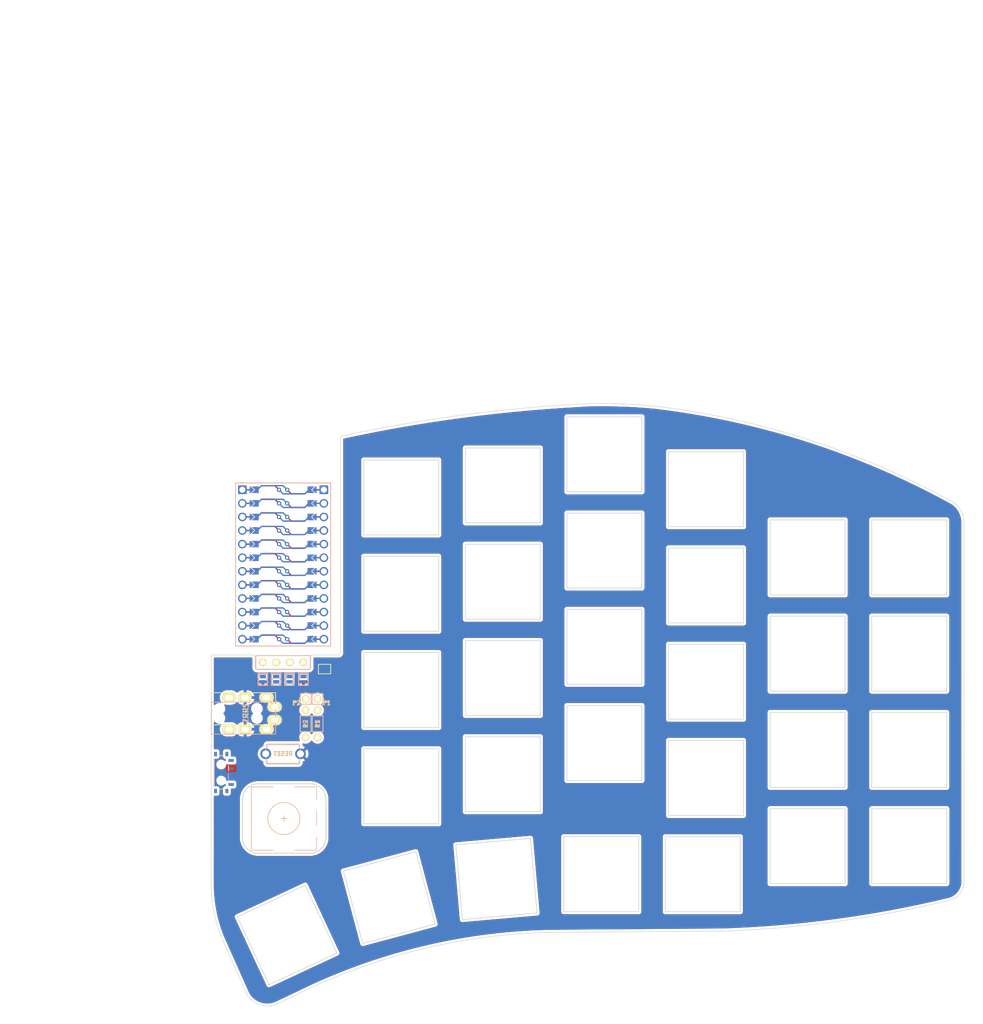
<source format=kicad_pcb>
(kicad_pcb (version 20211014) (generator pcbnew)
  (layers (0 "F.Cu" signal) (31 "B.Cu" signal) (34 "B.Paste" user) (35 "F.Paste" user) (36 "B.SilkS" user "B.Silkscreen") (37 "F.SilkS" user "F.Silkscreen") (38 "B.Mask" user) (39 "F.Mask" user) (44 "Edge.Cuts" user))
  (net 0 "")
  (net 1 "row4")
  (net 2 "row0")
  (net 3 "row1")
  (net 4 "row2")
  (net 5 "row3")
  (net 6 "VCC")
  (net 7 "col0")
  (net 8 "col1")
  (net 9 "col2")
  (net 10 "col3")
  (net 11 "col4")
  (net 12 "SDA")
  (net 13 "LED")
  (net 14 "SCL")
  (net 15 "RESET")
  (net 16 "DATA")
  (net 17 "col5")
  (net 20 "ENCA")
  (net 21 "ENCB")
  (net 22 "GND")
  (net 23 "Bat+")
  (net 28 "/i2c_c")
  (net 29 "/i2c_d")
  (net 30 "Net-(J3-Pad1)")
  (net 31 "Net-(J3-Pad2)")
  (net 32 "Net-(J3-Pad3)")
  (net 33 "Net-(J3-Pad4)")
  (net 34 "Net-(S31-PadC1)")
  (footprint "Jocket_Split_LP-footprint:ProMicro" (layer "F.Cu") (at 98.4 60.55 -90)
    (fp_text reference "U1" hide)
    (fp_text value "ProMicro")
  )
  (footprint "Jocket_Split_LP-footprint:TACT_SWITCH_TVBP06" (layer "F.Cu") (at 98.4 95.95 180)
    (fp_text reference "RSW1" hide)
    (fp_text value "SW_RST" hide)
  )
  (footprint "Plate:Plate_ChocSpacing_Hotswap_SK6812MiniE" (layer "F.Cu") (at 120.5 48.0195 180)
    (fp_text reference "SW1" hide)
    (fp_text value "SW_PUSH_LED" hide)
    (fp_line (start 7 7) (end 7 -7) (layer "Edge.Cuts") (width 0.12))
    (fp_line (start -7 -7) (end 7 -7) (layer "Edge.Cuts") (width 0.12))
    (fp_line (start -7 -7) (end -7 7) (layer "Edge.Cuts") (width 0.12))
    (fp_line (start -7 7) (end 7 7) (layer "Edge.Cuts") (width 0.12))
  )
  (footprint "Plate:Plate_ChocSpacing_Hotswap_SK6812MiniE" (layer "F.Cu") (at 139.5 45.7695 180)
    (fp_text reference "SW2" hide)
    (fp_text value "SW_PUSH_LED" hide)
    (fp_line (start -7 -7) (end -7 7) (layer "Edge.Cuts") (width 0.12))
    (fp_line (start -7 -7) (end 7 -7) (layer "Edge.Cuts") (width 0.12))
    (fp_line (start -7 7) (end 7 7) (layer "Edge.Cuts") (width 0.12))
    (fp_line (start 7 7) (end 7 -7) (layer "Edge.Cuts") (width 0.12))
  )
  (footprint "Plate:Plate_ChocSpacing_Hotswap_SK6812MiniE" (layer "F.Cu") (at 158.5 39.95 180)
    (fp_text reference "SW3" hide)
    (fp_text value "SW_PUSH_LED" hide)
    (fp_line (start -7 7) (end 7 7) (layer "Edge.Cuts") (width 0.12))
    (fp_line (start -7 -7) (end 7 -7) (layer "Edge.Cuts") (width 0.12))
    (fp_line (start 7 7) (end 7 -7) (layer "Edge.Cuts") (width 0.12))
    (fp_line (start -7 -7) (end -7 7) (layer "Edge.Cuts") (width 0.12))
  )
  (footprint "Plate:Plate_ChocSpacing_Hotswap_SK6812MiniE" (layer "F.Cu") (at 177.5 46.4695 180)
    (fp_text reference "SW4" hide)
    (fp_text value "SW_PUSH_LED" hide)
    (fp_line (start -7 -7) (end 7 -7) (layer "Edge.Cuts") (width 0.12))
    (fp_line (start 7 7) (end 7 -7) (layer "Edge.Cuts") (width 0.12))
    (fp_line (start -7 7) (end 7 7) (layer "Edge.Cuts") (width 0.12))
    (fp_line (start -7 -7) (end -7 7) (layer "Edge.Cuts") (width 0.12))
  )
  (footprint "Plate:Plate_ChocSpacing_Hotswap_SK6812MiniE" (layer "F.Cu") (at 196.5 59.2195 180)
    (fp_text reference "SW5" hide)
    (fp_text value "SW_PUSH_LED" hide)
    (fp_line (start -7 -7) (end 7 -7) (layer "Edge.Cuts") (width 0.12))
    (fp_line (start -7 -7) (end -7 7) (layer "Edge.Cuts") (width 0.12))
    (fp_line (start -7 7) (end 7 7) (layer "Edge.Cuts") (width 0.12))
    (fp_line (start 7 7) (end 7 -7) (layer "Edge.Cuts") (width 0.12))
  )
  (footprint "Plate:Plate_ChocSpacing_Hotswap_SK6812MiniE" (layer "F.Cu") (at 120.5 66.0195 180)
    (fp_text reference "SW7" hide)
    (fp_text value "SW_PUSH_LED" hide)
    (fp_line (start 7 7) (end 7 -7) (layer "Edge.Cuts") (width 0.12))
    (fp_line (start -7 7) (end 7 7) (layer "Edge.Cuts") (width 0.12))
    (fp_line (start -7 -7) (end -7 7) (layer "Edge.Cuts") (width 0.12))
    (fp_line (start -7 -7) (end 7 -7) (layer "Edge.Cuts") (width 0.12))
  )
  (footprint "Plate:Plate_ChocSpacing_Hotswap_SK6812MiniE" (layer "F.Cu") (at 139.5 63.7695 180)
    (fp_text reference "SW8" hide)
    (fp_text value "SW_PUSH_LED" hide)
    (fp_line (start -7 -7) (end 7 -7) (layer "Edge.Cuts") (width 0.12))
    (fp_line (start -7 -7) (end -7 7) (layer "Edge.Cuts") (width 0.12))
    (fp_line (start 7 7) (end 7 -7) (layer "Edge.Cuts") (width 0.12))
    (fp_line (start -7 7) (end 7 7) (layer "Edge.Cuts") (width 0.12))
  )
  (footprint "Plate:Plate_ChocSpacing_Hotswap_SK6812MiniE" (layer "F.Cu") (at 158.5 57.94 180)
    (fp_text reference "SW9" hide)
    (fp_text value "SW_PUSH_LED" hide)
    (fp_line (start -7 -7) (end 7 -7) (layer "Edge.Cuts") (width 0.12))
    (fp_line (start 7 7) (end 7 -7) (layer "Edge.Cuts") (width 0.12))
    (fp_line (start -7 7) (end 7 7) (layer "Edge.Cuts") (width 0.12))
    (fp_line (start -7 -7) (end -7 7) (layer "Edge.Cuts") (width 0.12))
  )
  (footprint "Plate:Plate_ChocSpacing_Hotswap_SK6812MiniE" (layer "F.Cu") (at 177.5 64.4695 180)
    (fp_text reference "SW10" hide)
    (fp_text value "SW_PUSH_LED" hide)
    (fp_line (start -7 7) (end 7 7) (layer "Edge.Cuts") (width 0.12))
    (fp_line (start -7 -7) (end -7 7) (layer "Edge.Cuts") (width 0.12))
    (fp_line (start 7 7) (end 7 -7) (layer "Edge.Cuts") (width 0.12))
    (fp_line (start -7 -7) (end 7 -7) (layer "Edge.Cuts") (width 0.12))
  )
  (footprint "Plate:Plate_ChocSpacing_Hotswap_SK6812MiniE" (layer "F.Cu") (at 196.5 77.2195 180)
    (fp_text reference "SW11" hide)
    (fp_text value "SW_PUSH_LED" hide)
    (fp_line (start -7 7) (end 7 7) (layer "Edge.Cuts") (width 0.12))
    (fp_line (start -7 -7) (end 7 -7) (layer "Edge.Cuts") (width 0.12))
    (fp_line (start -7 -7) (end -7 7) (layer "Edge.Cuts") (width 0.12))
    (fp_line (start 7 7) (end 7 -7) (layer "Edge.Cuts") (width 0.12))
  )
  (footprint "Plate:Plate_ChocSpacing_Hotswap_SK6812MiniE" (layer "F.Cu") (at 215.5 77.2195 180)
    (fp_text reference "SW12" hide)
    (fp_text value "SW_PUSH_LED" hide)
    (fp_line (start -7 -7) (end 7 -7) (layer "Edge.Cuts") (width 0.12))
    (fp_line (start -7 7) (end 7 7) (layer "Edge.Cuts") (width 0.12))
    (fp_line (start -7 -7) (end -7 7) (layer "Edge.Cuts") (width 0.12))
    (fp_line (start 7 7) (end 7 -7) (layer "Edge.Cuts") (width 0.12))
  )
  (footprint "Plate:Plate_ChocSpacing_Hotswap_SK6812MiniE" (layer "F.Cu") (at 120.5 84.0195 180)
    (fp_text reference "SW13" hide)
    (fp_text value "SW_PUSH_LED" hide)
    (fp_line (start -7 7) (end 7 7) (layer "Edge.Cuts") (width 0.12))
    (fp_line (start -7 -7) (end -7 7) (layer "Edge.Cuts") (width 0.12))
    (fp_line (start -7 -7) (end 7 -7) (layer "Edge.Cuts") (width 0.12))
    (fp_line (start 7 7) (end 7 -7) (layer "Edge.Cuts") (width 0.12))
  )
  (footprint "Plate:Plate_ChocSpacing_Hotswap_SK6812MiniE" (layer "F.Cu") (at 139.5 81.7695 180)
    (fp_text reference "SW14" hide)
    (fp_text value "SW_PUSH_LED" hide)
    (fp_line (start -7 7) (end 7 7) (layer "Edge.Cuts") (width 0.12))
    (fp_line (start -7 -7) (end 7 -7) (layer "Edge.Cuts") (width 0.12))
    (fp_line (start 7 7) (end 7 -7) (layer "Edge.Cuts") (width 0.12))
    (fp_line (start -7 -7) (end -7 7) (layer "Edge.Cuts") (width 0.12))
  )
  (footprint "Plate:Plate_ChocSpacing_Hotswap_SK6812MiniE" (layer "F.Cu") (at 158.5 75.94 180)
    (fp_text reference "SW15" hide)
    (fp_text value "SW_PUSH_LED" hide)
    (fp_line (start -7 7) (end 7 7) (layer "Edge.Cuts") (width 0.12))
    (fp_line (start 7 7) (end 7 -7) (layer "Edge.Cuts") (width 0.12))
    (fp_line (start -7 -7) (end 7 -7) (layer "Edge.Cuts") (width 0.12))
    (fp_line (start -7 -7) (end -7 7) (layer "Edge.Cuts") (width 0.12))
  )
  (footprint "Plate:Plate_ChocSpacing_Hotswap_SK6812MiniE" (layer "F.Cu") (at 177.5 82.4695 180)
    (fp_text reference "SW16" hide)
    (fp_text value "SW_PUSH_LED" hide)
    (fp_line (start 7 7) (end 7 -7) (layer "Edge.Cuts") (width 0.12))
    (fp_line (start -7 -7) (end 7 -7) (layer "Edge.Cuts") (width 0.12))
    (fp_line (start -7 7) (end 7 7) (layer "Edge.Cuts") (width 0.12))
    (fp_line (start -7 -7) (end -7 7) (layer "Edge.Cuts") (width 0.12))
  )
  (footprint "Plate:Plate_ChocSpacing_Hotswap_SK6812MiniE" (layer "F.Cu") (at 196.5 95.2195 180)
    (fp_text reference "SW17" hide)
    (fp_text value "SW_PUSH_LED" hide)
    (fp_line (start 7 7) (end 7 -7) (layer "Edge.Cuts") (width 0.12))
    (fp_line (start -7 -7) (end 7 -7) (layer "Edge.Cuts") (width 0.12))
    (fp_line (start -7 7) (end 7 7) (layer "Edge.Cuts") (width 0.12))
    (fp_line (start -7 -7) (end -7 7) (layer "Edge.Cuts") (width 0.12))
  )
  (footprint "Plate:Plate_ChocSpacing_Hotswap_SK6812MiniE" (layer "F.Cu") (at 215.5 95.2195 180)
    (fp_text reference "SW18" hide)
    (fp_text value "SW_PUSH_LED" hide)
    (fp_line (start -7 -7) (end 7 -7) (layer "Edge.Cuts") (width 0.12))
    (fp_line (start -7 7) (end 7 7) (layer "Edge.Cuts") (width 0.12))
    (fp_line (start 7 7) (end 7 -7) (layer "Edge.Cuts") (width 0.12))
    (fp_line (start -7 -7) (end -7 7) (layer "Edge.Cuts") (width 0.12))
  )
  (footprint "Plate:Plate_ChocSpacing_Hotswap_SK6812MiniE" (layer "F.Cu") (at 120.5 102.0195 180)
    (fp_text reference "SW19" hide)
    (fp_text value "SW_PUSH_LED" hide)
    (fp_line (start 7 7) (end 7 -7) (layer "Edge.Cuts") (width 0.12))
    (fp_line (start -7 -7) (end 7 -7) (layer "Edge.Cuts") (width 0.12))
    (fp_line (start -7 7) (end 7 7) (layer "Edge.Cuts") (width 0.12))
    (fp_line (start -7 -7) (end -7 7) (layer "Edge.Cuts") (width 0.12))
  )
  (footprint "Plate:Plate_ChocSpacing_Hotswap_SK6812MiniE" (layer "F.Cu") (at 139.5 99.7695 180)
    (fp_text reference "SW20" hide)
    (fp_text value "SW_PUSH_LED" hide)
    (fp_line (start -7 -7) (end 7 -7) (layer "Edge.Cuts") (width 0.12))
    (fp_line (start -7 7) (end 7 7) (layer "Edge.Cuts") (width 0.12))
    (fp_line (start -7 -7) (end -7 7) (layer "Edge.Cuts") (width 0.12))
    (fp_line (start 7 7) (end 7 -7) (layer "Edge.Cuts") (width 0.12))
  )
  (footprint "Plate:Plate_ChocSpacing_Hotswap_SK6812MiniE" (layer "F.Cu") (at 158.5 93.94 180)
    (fp_text reference "SW21" hide)
    (fp_text value "SW_PUSH_LED" hide)
    (fp_line (start -7 -7) (end 7 -7) (layer "Edge.Cuts") (width 0.12))
    (fp_line (start -7 -7) (end -7 7) (layer "Edge.Cuts") (width 0.12))
    (fp_line (start -7 7) (end 7 7) (layer "Edge.Cuts") (width 0.12))
    (fp_line (start 7 7) (end 7 -7) (layer "Edge.Cuts") (width 0.12))
  )
  (footprint "Plate:Plate_ChocSpacing_Hotswap_SK6812MiniE" (layer "F.Cu") (at 177.5 100.4695 180)
    (fp_text reference "SW22" hide)
    (fp_text value "SW_PUSH_LED" hide)
    (fp_line (start 7 7) (end 7 -7) (layer "Edge.Cuts") (width 0.12))
    (fp_line (start -7 7) (end 7 7) (layer "Edge.Cuts") (width 0.12))
    (fp_line (start -7 -7) (end -7 7) (layer "Edge.Cuts") (width 0.12))
    (fp_line (start -7 -7) (end 7 -7) (layer "Edge.Cuts") (width 0.12))
  )
  (footprint "Plate:Plate_ChocSpacing_Hotswap_SK6812MiniE" (layer "F.Cu") (at 196.5 113.2195 180)
    (fp_text reference "SW23" hide)
    (fp_text value "SW_PUSH_LED" hide)
    (fp_line (start -7 7) (end 7 7) (layer "Edge.Cuts") (width 0.12))
    (fp_line (start 7 7) (end 7 -7) (layer "Edge.Cuts") (width 0.12))
    (fp_line (start -7 -7) (end 7 -7) (layer "Edge.Cuts") (width 0.12))
    (fp_line (start -7 -7) (end -7 7) (layer "Edge.Cuts") (width 0.12))
  )
  (footprint "Plate:Plate_ChocSpacing_Hotswap_SK6812MiniE" (layer "F.Cu") (at 215.512493 113.2195 180)
    (fp_text reference "SW24" hide)
    (fp_text value "SW_PUSH_LED" hide)
    (fp_line (start -7 -7) (end -7 7) (layer "Edge.Cuts") (width 0.12))
    (fp_line (start -7 7) (end 7 7) (layer "Edge.Cuts") (width 0.12))
    (fp_line (start 7 7) (end 7 -7) (layer "Edge.Cuts") (width 0.12))
    (fp_line (start -7 -7) (end 7 -7) (layer "Edge.Cuts") (width 0.12))
  )
  (footprint "Plate:Plate_ChocSpacing_Hotswap_SK6812MiniE" (layer "F.Cu") (at 99.149234 129.818965 -155)
    (fp_text reference "SW26" hide)
    (fp_text value "SW_PUSH_LED" hide)
    (fp_line (start -7 7) (end 7 7) (layer "Edge.Cuts") (width 0.12))
    (fp_line (start -7 -7) (end 7 -7) (layer "Edge.Cuts") (width 0.12))
    (fp_line (start -7 -7) (end -7 7) (layer "Edge.Cuts") (width 0.12))
    (fp_line (start 7 7) (end 7 -7) (layer "Edge.Cuts") (width 0.12))
  )
  (footprint "Plate:Plate_ChocSpacing_Hotswap_SK6812MiniE" (layer "F.Cu") (at 138.298041 119.344167 -175)
    (fp_text reference "SW28" hide)
    (fp_text value "SW_PUSH_LED" hide)
    (fp_line (start 7 7) (end 7 -7) (layer "Edge.Cuts") (width 0.12))
    (fp_line (start -7 -7) (end -7 7) (layer "Edge.Cuts") (width 0.12))
    (fp_line (start -7 7) (end 7 7) (layer "Edge.Cuts") (width 0.12))
    (fp_line (start -7 -7) (end 7 -7) (layer "Edge.Cuts") (width 0.12))
  )
  (footprint "Plate:Plate_ChocSpacing_Hotswap_SK6812MiniE" (layer "F.Cu") (at 157.9 118.4595 180)
    (fp_text reference "SW29" hide)
    (fp_text value "SW_PUSH_LED" hide)
    (fp_line (start 7 7) (end 7 -7) (layer "Edge.Cuts") (width 0.12))
    (fp_line (start -7 -7) (end -7 7) (layer "Edge.Cuts") (width 0.12))
    (fp_line (start -7 -7) (end 7 -7) (layer "Edge.Cuts") (width 0.12))
    (fp_line (start -7 7) (end 7 7) (layer "Edge.Cuts") (width 0.12))
  )
  (footprint "Plate:Plate_RotaryEncoder_Alps_EC11E-Switch_Vertical" (layer "F.Cu") (at 98.55 108.05)
    (fp_text reference "SW25" hide)
    (fp_text value "Rotary_Encoder_Switch")
    (fp_line (start -7.75 -3.5) (end -7.75 3.6) (layer "Edge.Cuts") (width 0.15))
    (fp_line (start -4.75 6.5) (end 4.95 6.5) (layer "Edge.Cuts") (width 0.15))
    (fp_line (start 7.85 3.5) (end 7.85 0.5) (layer "Edge.Cuts") (width 0.15))
    (fp_line (start 7.85 0.5) (end 7.85 -3.6) (layer "Edge.Cuts") (width 0.15))
    (fp_line (start 4.85 -6.5) (end -4.85 -6.5) (layer "Edge.Cuts") (width 0.15))
    (fp_arc (start 4.85 -6.5) (mid 6.95061 -5.67132) (end 7.85 -3.6) (layer "Edge.Cuts") (width 0.15))
    (fp_arc (start 7.85 3.5) (mid 7.02132 5.60061) (end 4.95 6.5) (layer "Edge.Cuts") (width 0.15))
    (fp_arc (start -7.75 -3.5) (mid -6.92132 -5.60061) (end -4.85 -6.5) (layer "Edge.Cuts") (width 0.15))
    (fp_arc (start -4.75 6.5) (mid -6.85061 5.67132) (end -7.75 3.6) (layer "Edge.Cuts") (width 0.15))
  )
  (footprint "Plate:Plate_ChocSpacing_Hotswap_SK6812MiniE" (layer "F.Cu") (at 176.9 118.4695 180)
    (fp_text reference "SW30" hide)
    (fp_text value "SW_PUSH_LED" hide)
    (fp_line (start -7 -7) (end 7 -7) (layer "Edge.Cuts") (width 0.12))
    (fp_line (start -7 7) (end 7 7) (layer "Edge.Cuts") (width 0.12))
    (fp_line (start -7 -7) (end -7 7) (layer "Edge.Cuts") (width 0.12))
    (fp_line (start 7 7) (end 7 -7) (layer "Edge.Cuts") (width 0.12))
  )
  (footprint "Plate:Plate_ChocSpacing_Hotswap_SK6812MiniE" (layer "F.Cu") (at 118.25437 122.836375 -165)
    (fp_text reference "SW27" hide)
    (fp_text value "SW_PUSH_LED" hide)
    (fp_line (start -7 -7) (end -7 7) (layer "Edge.Cuts") (width 0.12))
    (fp_line (start 7 7) (end 7 -7) (layer "Edge.Cuts") (width 0.12))
    (fp_line (start -7 7) (end 7 7) (layer "Edge.Cuts") (width 0.12))
    (fp_line (start -7 -7) (end 7 -7) (layer "Edge.Cuts") (width 0.12))
  )
  (footprint "Plate:Plate_ChocSpacing_Hotswap_SK6812MiniE" (layer "F.Cu") (at 215.5 59.2195 180)
    (fp_text reference "SW6" hide)
    (fp_text value "SW_PUSH_LED" hide)
    (fp_line (start -7 -7) (end -7 7) (layer "Edge.Cuts") (width 0.12))
    (fp_line (start 7 7) (end 7 -7) (layer "Edge.Cuts") (width 0.12))
    (fp_line (start -7 7) (end 7 7) (layer "Edge.Cuts") (width 0.12))
    (fp_line (start -7 -7) (end 7 -7) (layer "Edge.Cuts") (width 0.12))
  )
  (footprint "Jocket_Split_LP-footprint:Jumper" (layer "F.Cu") (at 102.2 82 -90)
    (fp_text reference "JP1" hide)
    (fp_text value "Jumper_NO_Small" hide)
  )
  (footprint "Jocket_Split_LP-footprint:OLED_4Pin" (layer "F.Cu") (at 94.59 78.85)
    (fp_text reference "J3" hide)
    (fp_text value "OLED" hide)
  )
  (footprint "Jocket_Split_LP-footprint:Jumper" (layer "F.Cu") (at 97.1 82 -90)
    (fp_text reference "JP3" hide)
    (fp_text value "Jumper_NO_Small" hide)
  )
  (footprint "Jocket_Split_LP-footprint:RESISTOR_mini" (layer "F.Cu") (at 104.85 90.34 90)
    (fp_text reference "R1")
    (fp_text value "R" hide)
  )
  (footprint "Jocket_Split_LP-footprint:1pin_conn" (layer "F.Cu") (at 102.638035 85.679272)
    (fp_text reference "P2")
    (fp_text value "i2c_pin" hide)
  )
  (footprint "Jocket_Split_LP-footprint:MJ-4PP-9" (layer "F.Cu") (at 85 87.525 90)
    (fp_text reference "J2")
    (fp_text value "4PIN" hide)
  )
  (footprint "Jocket_Split_LP-footprint:1pin_conn" (layer "F.Cu") (at 104.838035 85.679272)
    (fp_text reference "P1")
    (fp_text value "i2c_pin" hide)
  )
  (footprint "Jocket_Split_LP-footprint:Jumper" (layer "F.Cu") (at 99.6 82 -90)
    (fp_text reference "JP2" hide)
    (fp_text value "Jumper_NO_Small" hide)
  )
  (footprint "Jocket_Split_LP-footprint:RESISTOR_mini" (layer "F.Cu") (at 102.6 90.34 90)
    (fp_text reference "R2")
    (fp_text value "R" hide)
  )
  (footprint "Jocket_Split_LP-footprint:Switch_MSK12C02_DoubleSided" (layer "F.Cu") (at 86.825 99.45 -90)
    (fp_text reference "S31" hide)
    (fp_text value "switch_MSK12C02" hide)
  )
  (footprint "Jocket_Split_LP-footprint:Jumper" (layer "F.Cu") (at 94.61 82 -90)
    (fp_text reference "JP4" hide)
    (fp_text value "Jumper_NO_Small" hide)
  )
  (footprint "Jocket_Split_LP-footprint:jumper_data" (layer "F.Cu") (at 106.15 80.1 180)
    (fp_text reference "W1" hide)
    (fp_text value "jumper" hide)
  )
  (footprint "Jocket_Split_LP-footprint:Jumper" (layer "B.Cu") (at 97.1 82 -90)
    (fp_text reference "JP7" hide)
    (fp_text value "Jumper_NO_Small" hide)
  )
  (footprint "Jocket_Split_LP-footprint:Jumper" (layer "B.Cu") (at 102.2 82 -90)
    (fp_text reference "JP5" hide)
    (fp_text value "Jumper_NO_Small" hide)
  )
  (footprint "Jocket_Split_LP-footprint:Jumper" (layer "B.Cu") (at 99.6 82 -90)
    (fp_text reference "JP6" hide)
    (fp_text value "Jumper_NO_Small" hide)
  )
  (footprint "Jocket_Split_LP-footprint:Jumper" (layer "B.Cu") (at 94.61 82 -90)
    (fp_text reference "JP8" hide)
    (fp_text value "Jumper_NO_Small" hide)
  )
  (gr_arc (start 92.775 77.45) (mid 93.040165 77.559835) (end 93.15 77.825) (layer "Edge.Cuts") (width 0.1))
  (gr_line (start 92.775 77.45) (end 85.340165 77.45) (layer "Edge.Cuts") (width 0.1))
  (gr_line (start 95.2 94.45) (end 95.175 97.55) (layer "Edge.Cuts") (width 0.1))
  (gr_line (start 103.965165 77.45) (end 108.784835 77.459835) (layer "Edge.Cuts") (width 0.1))
  (gr_arc (start 103.6 79.859835) (mid 103.490165 80.125) (end 103.225 80.234835) (layer "Edge.Cuts") (width 0.1))
  (gr_arc (start 103.590165 77.825) (mid 103.7 77.559835) (end 103.965165 77.45) (layer "Edge.Cuts") (width 0.1))
  (gr_arc (start 101.584835 97.55) (mid 101.475 97.815165) (end 101.209835 97.925) (layer "Edge.Cuts") (width 0.1))
  (gr_line (start 97.45 142.65) (end 103.85 139.6) (layer "Edge.Cuts") (width 0.1))
  (gr_arc (start 93.515165 80.234835) (mid 93.25 80.125) (end 93.140165 79.859835) (layer "Edge.Cuts") (width 0.1))
  (gr_arc (start 109.150001 36.95) (mid 109.220298 36.694016) (end 109.425 36.525) (layer "Edge.Cuts") (width 0.1))
  (gr_line (start 109.15 36.95) (end 109.159835 77.084835) (layer "Edge.Cuts") (width 0.1))
  (gr_line (start 93.515165 80.234835) (end 103.225 80.234835) (layer "Edge.Cuts") (width 0.1))
  (gr_arc (start 222.69607 123.435293) (mid 201.767199 127.340242) (end 180.55 129.1) (layer "Edge.Cuts") (width 0.1))
  (gr_arc (start 154.1 30.55) (mid 161.056693 30.517423) (end 168 30.95) (layer "Edge.Cuts") (width 0.1))
  (gr_line (start 101.209835 97.925) (end 95.55 97.925) (layer "Edge.Cuts") (width 0.1))
  (gr_arc (start 97.45 142.65) (mid 94.050844 142.911863) (end 91.5 140.65) (layer "Edge.Cuts") (width 0.1))
  (gr_line (start 103.6 79.859835) (end 103.590165 77.825) (layer "Edge.Cuts") (width 0.1))
  (gr_arc (start 168 30.95) (mid 196.445917 37.129412) (end 223.2 48.6) (layer "Edge.Cuts") (width 0.1))
  (gr_arc (start 109.425 36.525) (mid 131.641659 32.633971) (end 154.1 30.55) (layer "Edge.Cuts") (width 0.1))
  (gr_arc (start 109.159835 77.084835) (mid 109.05 77.35) (end 108.784835 77.459835) (layer "Edge.Cuts") (width 0.1))
  (gr_line (start 93.15 77.825) (end 93.140165 79.859835) (layer "Edge.Cuts") (width 0.1))
  (gr_line (start 86.85 130.2) (end 91.5 140.65) (layer "Edge.Cuts") (width 0.1))
  (gr_line (start 148.45 129.35) (end 180.55 129.1) (layer "Edge.Cuts") (width 0.1))
  (gr_arc (start 225.75 119.6) (mid 224.943457 122.091297) (end 222.69607 123.435293) (layer "Edge.Cuts") (width 0.1))
  (gr_arc (start 84.965165 77.825) (mid 85.075 77.559835) (end 85.340165 77.45) (layer "Edge.Cuts") (width 0.1))
  (gr_arc (start 223.2 48.6) (mid 225.039621 50.26642) (end 225.732233 52.65) (layer "Edge.Cuts") (width 0.1))
  (gr_line (start 84.965165 77.825) (end 84.95 120.55) (layer "Edge.Cuts") (width 0.1))
  (gr_line (start 95.575 94.075) (end 101.2 94.075) (layer "Edge.Cuts") (width 0.1))
  (gr_arc (start 95.2 94.45) (mid 95.309835 94.184835) (end 95.575 94.075) (layer "Edge.Cuts") (width 0.1))
  (gr_arc (start 95.55 97.925) (mid 95.284835 97.815165) (end 95.175 97.55) (layer "Edge.Cuts") (width 0.1))
  (gr_arc (start 86.85 130.2) (mid 85.44832 125.463932) (end 84.95 120.55) (layer "Edge.Cuts") (width 0.1))
  (gr_line (start 225.732233 52.65) (end 225.75 119.6) (layer "Edge.Cuts") (width 0.1))
  (gr_arc (start 101.2 94.075) (mid 101.465165 94.184835) (end 101.575 94.45) (layer "Edge.Cuts") (width 0.1))
  (gr_arc (start 103.85 139.6) (mid 125.620271 132.170033) (end 148.45 129.35) (layer "Edge.Cuts") (width 0.1))
  (gr_line (start 101.575 94.45) (end 101.584835 97.55) (layer "Edge.Cuts") (width 0.1))
  (zone (net 22) (net_name "GND") (layer "F.Cu") (connect_pads (clearance 0.5)) (min_thickness 0.254) (fill yes (thermal_gap 0.508) (thermal_bridge_width 0.508))
    (polygon (pts (xy 195.15 33.2) (xy 228.95 48.5) (xy 226.65 124.95) (xy 184.9 131.9) (xy 141.55 131.95) (xy 92.6 146.5) (xy 81.75 125.8) (xy 82.25 42.55) (xy 120.65 31.4) (xy 160.05 28.2)))
  )
  (zone (net 22) (net_name "GND") (layer "B.Cu") (connect_pads (clearance 0.5)) (min_thickness 0.254) (fill yes (thermal_gap 0.508) (thermal_bridge_width 0.508))
    (polygon (pts (xy 195.5 33.1) (xy 229.3 48.4) (xy 227 124.85) (xy 185.25 131.8) (xy 141.9 131.85) (xy 92.95 146.4) (xy 82.1 125.7) (xy 82.6 42.45) (xy 121 31.3) (xy 160.4 28.1)))
  )
)
</source>
